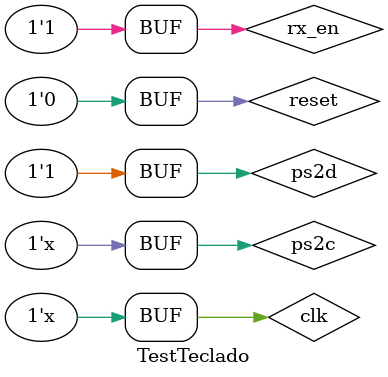
<source format=v>
`timescale 1ns / 1ps



module TestTeclado(
);

// Entradas
reg clk;
reg reset;
reg ps2d;
reg ps2c;
reg rx_en;
    
// Salidas
wire tick;
wire [7:0] dout;


	// Instantiate the Unit Under Test (UUT)    
Teclado uut(
.clk(clk),
.reset(reset),
.ps2d(ps2d),
.ps2c(ps2c),
.rx_en(rx_en),
.rx_done_tick(tick),
.dout(dout)
);

initial
         begin
             clk=0;//inicial el clock en cero
             reset=1;//reset en alto al inicio
             ps2d = 1;
             ps2c = 0;
             rx_en = 1;
             #10 reset=0; //despues de diez 10ns, el reset se pone en cero, dando inicio al funcionamiento
         end
         
            always
             begin
                 #10 clk=~clk;
             end
         always
             begin
                  #100000 ps2c=~ps2c;
             end
         always
             begin      
                 // #200000 ps2d = 1;
                  #200000  ps2d = 0; //inicio 
             //byte de datos
                  #200000  ps2d = 0;
                  #200000  ps2d = 1;
                  #200000  ps2d = 0;
                  #200000  ps2d = 1;
                  #200000  ps2d = 1;
                  #200000  ps2d = 0;
                  #200000  ps2d = 1;
                  #200000  ps2d = 0;
             //paridad
                  #200000  ps2d = 1;
             //final
                  #200000  ps2d = 1;                         
             end    
                                                         
endmodule

</source>
